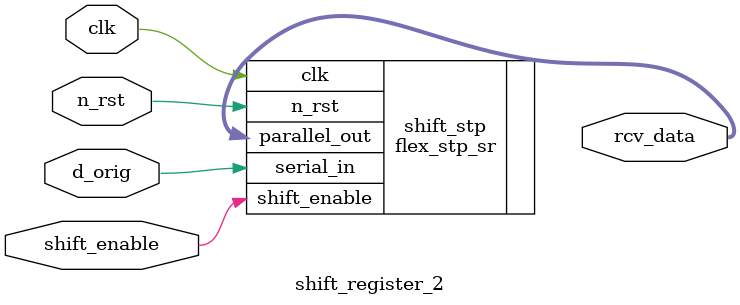
<source format=sv>

module shift_register_2
(
	input wire clk,
	input wire n_rst,
	input wire shift_enable,
	input wire d_orig,
	output wire [7:0] rcv_data

);

	flex_stp_sr  #(8,1) shift_stp (.clk(clk),.n_rst(n_rst),.shift_enable(shift_enable),.serial_in(d_orig),.parallel_out(rcv_data));
	

endmodule

</source>
